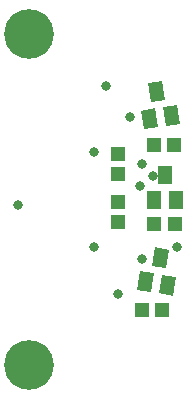
<source format=gbr>
G04 EAGLE Gerber X2 export*
%TF.Part,Single*%
%TF.FileFunction,Soldermask,Top,1*%
%TF.FilePolarity,Negative*%
%TF.GenerationSoftware,Autodesk,EAGLE,9.0.0*%
%TF.CreationDate,2018-07-15T17:58:39Z*%
G75*
%MOMM*%
%FSLAX34Y34*%
%LPD*%
%AMOC8*
5,1,8,0,0,1.08239X$1,22.5*%
G01*
%ADD10C,4.203200*%
%ADD11R,1.203200X1.303200*%
%ADD12R,1.203200X1.603200*%
%ADD13C,0.809600*%


D10*
X635000Y430000D03*
X635000Y150000D03*
D11*
X709700Y270800D03*
X709700Y287800D03*
D12*
G36*
X749974Y374289D02*
X738092Y372407D01*
X735584Y388241D01*
X747466Y390123D01*
X749974Y374289D01*
G37*
G36*
X762799Y354046D02*
X750917Y352164D01*
X748409Y367998D01*
X760291Y369880D01*
X762799Y354046D01*
G37*
G36*
X744033Y351073D02*
X732151Y349191D01*
X729643Y365025D01*
X741525Y366907D01*
X744033Y351073D01*
G37*
X750000Y311000D03*
X759500Y289000D03*
X740500Y289000D03*
G36*
X750908Y231607D02*
X739026Y233489D01*
X741534Y249323D01*
X753416Y247441D01*
X750908Y231607D01*
G37*
G36*
X756849Y208391D02*
X744967Y210273D01*
X747475Y226107D01*
X759357Y224225D01*
X756849Y208391D01*
G37*
G36*
X738083Y211364D02*
X726201Y213246D01*
X728709Y229080D01*
X740591Y227198D01*
X738083Y211364D01*
G37*
D11*
X757600Y335900D03*
X740600Y335900D03*
X757900Y268700D03*
X740900Y268700D03*
X747000Y196700D03*
X730000Y196700D03*
X710000Y311500D03*
X710000Y328500D03*
D13*
X625000Y285000D03*
X700000Y386046D03*
X690000Y250000D03*
X740000Y310000D03*
X760000Y250000D03*
X720000Y360000D03*
X710000Y210000D03*
X730000Y320000D03*
X729014Y300986D03*
X730000Y239412D03*
X690000Y330000D03*
M02*

</source>
